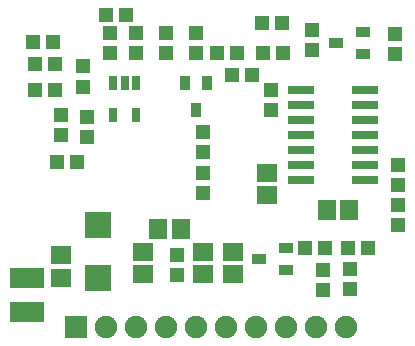
<source format=gbr>
%TF.GenerationSoftware,Novarm,DipTrace,3.0.0.2*%
%TF.CreationDate,2017-04-09T13:10:16+02:00*%
%FSLAX26Y26*%
%MOIN*%
%TF.FileFunction,Soldermask,Top*%
%TF.Part,Single*%
%ADD52R,0.031654X0.051339*%
%ADD54R,0.086772X0.031654*%
%ADD58R,0.033622X0.04937*%
%ADD60C,0.074961*%
%ADD62R,0.074961X0.074961*%
%ADD64R,0.114331X0.071024*%
%ADD66R,0.04937X0.033622*%
%ADD68R,0.090709X0.090709*%
%ADD70R,0.047402X0.051339*%
%ADD72R,0.051339X0.047402*%
%ADD74R,0.067087X0.059213*%
%ADD76R,0.059213X0.067087*%
G75*
G01*
%LPD*%
D76*
X1606516Y919016D3*
X1681319D3*
D74*
X1406516Y1044016D3*
Y969213D3*
D72*
X1394016Y1444016D3*
X1460945D3*
D70*
X1419016Y1319016D3*
Y1252087D3*
X1169016Y1444016D3*
Y1510945D3*
D74*
X1194016Y706516D3*
Y781319D3*
X719016Y694016D3*
Y768819D3*
X1294016Y706516D3*
Y781319D3*
D76*
X1119016Y856516D3*
X1044213D3*
D72*
X631516Y1406516D3*
X698445D3*
D70*
X794016Y1331516D3*
Y1398445D3*
X719016Y1169016D3*
Y1235945D3*
X1556516Y1519016D3*
Y1452087D3*
D72*
X1456516Y1544016D3*
X1389587D3*
D70*
X1831516Y1506516D3*
Y1439587D3*
D68*
X844016Y869016D3*
Y691850D3*
D66*
X1469016Y719016D3*
Y793819D3*
X1378465Y756417D3*
D74*
X994016Y706516D3*
Y781319D3*
D64*
X606516Y581516D3*
Y691752D3*
D62*
X769016Y531516D3*
D60*
X869016D3*
X969016D3*
X1069016D3*
X1169016D3*
X1269016D3*
X1369016D3*
X1469016D3*
X1569016D3*
X1669016D3*
D58*
X1206516Y1344016D3*
X1131713D3*
X1169114Y1253465D3*
D70*
X1194016Y1044016D3*
Y977087D3*
Y1181516D3*
Y1114587D3*
D72*
X1306516Y1444016D3*
X1239587D3*
D70*
X1069016D3*
Y1510945D3*
D72*
X1356516Y1369016D3*
X1289587D3*
D70*
X969016Y1444016D3*
Y1510945D3*
X1594016Y719016D3*
Y652087D3*
D72*
X1531516Y794016D3*
X1598445D3*
D70*
X1106516Y769016D3*
Y702087D3*
X1844016Y869016D3*
Y935945D3*
Y1069016D3*
Y1002087D3*
D72*
X1744016Y794016D3*
X1677087D3*
D70*
X1681516Y656516D3*
Y723445D3*
X881516Y1444016D3*
Y1510945D3*
D72*
X869016Y1569016D3*
X935945D3*
X706516Y1081516D3*
X773445D3*
X694016Y1481516D3*
X627087D3*
X631516Y1319016D3*
X698445D3*
D70*
X806516Y1231516D3*
Y1164587D3*
D54*
X1519016Y1319016D3*
Y1269016D3*
Y1219016D3*
Y1169016D3*
Y1119016D3*
Y1069016D3*
Y1019016D3*
X1731614D3*
Y1069016D3*
Y1119016D3*
Y1169016D3*
Y1219016D3*
Y1269016D3*
Y1319016D3*
D52*
X969016Y1344016D3*
X931614D3*
X894213D3*
Y1237717D3*
X969016D3*
D66*
X1726693Y1439390D3*
Y1514193D3*
X1636142Y1476791D3*
M02*

</source>
